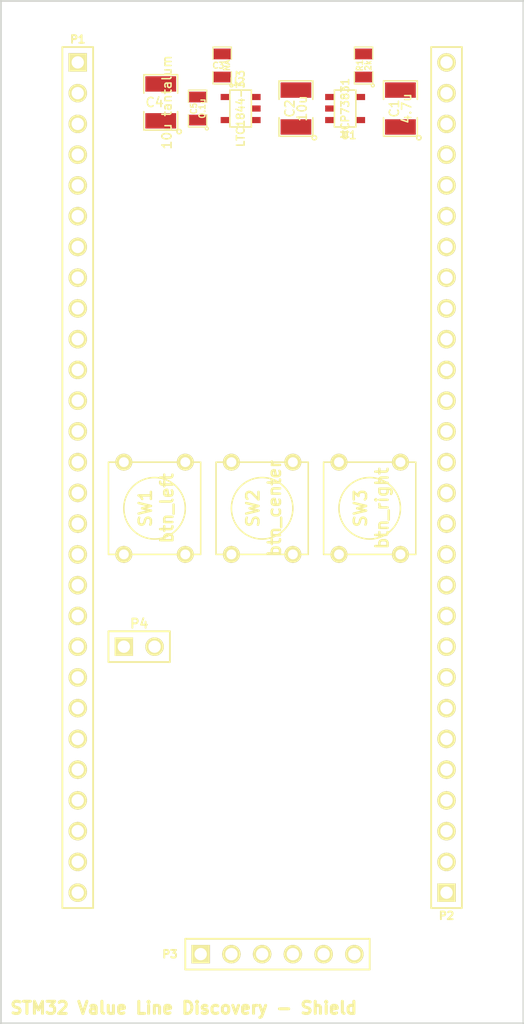
<source format=kicad_pcb>
(kicad_pcb (version 3) (host pcbnew "(25-Oct-2014 BZR 4029)-stable")

  (general
    (links 30)
    (no_connects 30)
    (area 32.945069 34.215069 76.274931 118.819931)
    (thickness 1.6002)
    (drawings 5)
    (tracks 0)
    (zones 0)
    (modules 15)
    (nets 10)
  )

  (page A3)
  (title_block 
    (title "STM32 Value Line Discovery - Shiled board")
    (rev 1.0)
  )

  (layers
    (15 Front signal)
    (0 Back signal)
    (16 B.Adhes user)
    (17 F.Adhes user)
    (18 B.Paste user)
    (19 F.Paste user)
    (20 B.SilkS user)
    (21 F.SilkS user)
    (22 B.Mask user)
    (23 F.Mask user)
    (24 Dwgs.User user)
    (25 Cmts.User user)
    (26 Eco1.User user)
    (27 Eco2.User user)
    (28 Edge.Cuts user)
  )

  (setup
    (last_trace_width 0.3)
    (trace_clearance 0.3)
    (zone_clearance 0.508)
    (zone_45_only no)
    (trace_min 0.254)
    (segment_width 0.20066)
    (edge_width 0.14986)
    (via_size 0.889)
    (via_drill 0.635)
    (via_min_size 0.889)
    (via_min_drill 0.508)
    (uvia_size 0.508)
    (uvia_drill 0.127)
    (uvias_allowed no)
    (uvia_min_size 0.508)
    (uvia_min_drill 0.127)
    (pcb_text_width 0.29972)
    (pcb_text_size 1.00076 1.00076)
    (mod_edge_width 0.14986)
    (mod_text_size 1.00076 1.00076)
    (mod_text_width 0.14986)
    (pad_size 1.00076 1.00076)
    (pad_drill 0.59944)
    (pad_to_mask_clearance 0)
    (aux_axis_origin 0 0)
    (visible_elements 7FFFFFFF)
    (pcbplotparams
      (layerselection 3178497)
      (usegerberextensions true)
      (excludeedgelayer true)
      (linewidth 0.150000)
      (plotframeref false)
      (viasonmask false)
      (mode 1)
      (useauxorigin false)
      (hpglpennumber 1)
      (hpglpenspeed 20)
      (hpglpendiameter 15)
      (hpglpenoverlay 2)
      (psnegative false)
      (psa4output false)
      (plotreference true)
      (plotvalue true)
      (plotothertext true)
      (plotinvisibletext false)
      (padsonsilk false)
      (subtractmaskfromsilk false)
      (outputformat 1)
      (mirror false)
      (drillshape 1)
      (scaleselection 1)
      (outputdirectory ""))
  )

  (net 0 "")
  (net 1 +3.3V)
  (net 2 +5V)
  (net 3 +BATT)
  (net 4 GND)
  (net 5 N-000005)
  (net 6 N-000008)
  (net 7 btn_center)
  (net 8 btn_left)
  (net 9 btn_right)

  (net_class Default "To jest domyślna klasa połączeń."
    (clearance 0.3)
    (trace_width 0.3)
    (via_dia 0.889)
    (via_drill 0.635)
    (uvia_dia 0.508)
    (uvia_drill 0.127)
    (add_net "")
    (add_net +3.3V)
    (add_net +5V)
    (add_net +BATT)
    (add_net GND)
    (add_net N-000005)
    (add_net N-000008)
    (add_net btn_center)
    (add_net btn_left)
    (add_net btn_right)
  )

  (module PIN_ARRAY_6X1   locked (layer Front) (tedit 50827C81) (tstamp 50827C60)
    (at 55.88 113.03)
    (descr "Single rangee contacts 1 x 6 pins")
    (tags CONN)
    (path /50827295)
    (fp_text reference P3 (at -8.89 0) (layer F.SilkS)
      (effects (font (size 0.63246 0.63246) (thickness 0.15748)))
    )
    (fp_text value CONN6 (at -8.89 0) (layer F.SilkS) hide
      (effects (font (size 0.63246 0.63246) (thickness 0.15748)))
    )
    (fp_line (start -7.62 -1.27) (end 7.62 -1.27) (layer F.SilkS) (width 0.14986))
    (fp_line (start 7.62 -1.27) (end 7.62 1.27) (layer F.SilkS) (width 0.14986))
    (fp_line (start 7.62 1.27) (end -7.62 1.27) (layer F.SilkS) (width 0.14986))
    (fp_line (start -7.62 1.27) (end -7.62 -1.27) (layer F.SilkS) (width 0.14986))
    (pad 1 thru_hole rect (at -6.35 0) (size 1.524 1.524) (drill 1.016)
      (layers *.Cu *.Mask F.SilkS)
    )
    (pad 2 thru_hole circle (at -3.81 0) (size 1.524 1.524) (drill 1.016)
      (layers *.Cu *.Mask F.SilkS)
    )
    (pad 4 thru_hole circle (at 1.27 0) (size 1.524 1.524) (drill 1.016)
      (layers *.Cu *.Mask F.SilkS)
    )
    (pad 6 thru_hole circle (at 6.35 0) (size 1.524 1.524) (drill 1.016)
      (layers *.Cu *.Mask F.SilkS)
    )
    (pad 3 thru_hole circle (at -1.27 0) (size 1.524 1.524) (drill 1.016)
      (layers *.Cu *.Mask F.SilkS)
    )
    (pad 5 thru_hole circle (at 3.81 0) (size 1.524 1.524) (drill 1.016)
      (layers *.Cu *.Mask F.SilkS)
    )
  )

  (module PIN_ARRAY_28X1   locked (layer Front) (tedit 50827C6F) (tstamp 50827C84)
    (at 39.37 73.66 270)
    (descr "Single rangee contacts 1 x 28 pins")
    (tags CONN)
    (path /50827277)
    (fp_text reference P1 (at -36.195 0 360) (layer F.SilkS)
      (effects (font (size 0.63246 0.63246) (thickness 0.15748)))
    )
    (fp_text value CONN28 (at -36.195 0 360) (layer F.SilkS) hide
      (effects (font (size 0.63246 0.63246) (thickness 0.15748)))
    )
    (fp_line (start -35.56 -1.27) (end 35.56 -1.27) (layer F.SilkS) (width 0.14986))
    (fp_line (start 35.56 -1.27) (end 35.56 1.27) (layer F.SilkS) (width 0.14986))
    (fp_line (start 35.56 1.27) (end -35.56 1.27) (layer F.SilkS) (width 0.14986))
    (fp_line (start -35.56 1.27) (end -35.56 -1.27) (layer F.SilkS) (width 0.14986))
    (pad 1 thru_hole rect (at -34.29 0 270) (size 1.524 1.524) (drill 1.016)
      (layers *.Cu *.Mask F.SilkS)
      (net 4 GND)
    )
    (pad 2 thru_hole circle (at -31.75 0 270) (size 1.524 1.524) (drill 1.016)
      (layers *.Cu *.Mask F.SilkS)
    )
    (pad 11 thru_hole circle (at -8.89 0 270) (size 1.524 1.524) (drill 1.016)
      (layers *.Cu *.Mask F.SilkS)
    )
    (pad 4 thru_hole circle (at -26.67 0 270) (size 1.524 1.524) (drill 1.016)
      (layers *.Cu *.Mask F.SilkS)
    )
    (pad 13 thru_hole circle (at -3.81 0 270) (size 1.524 1.524) (drill 1.016)
      (layers *.Cu *.Mask F.SilkS)
    )
    (pad 6 thru_hole circle (at -21.59 0 270) (size 1.524 1.524) (drill 1.016)
      (layers *.Cu *.Mask F.SilkS)
    )
    (pad 15 thru_hole circle (at 1.27 0 270) (size 1.524 1.524) (drill 1.016)
      (layers *.Cu *.Mask F.SilkS)
      (net 7 btn_center)
    )
    (pad 8 thru_hole circle (at -16.51 0 270) (size 1.524 1.524) (drill 1.016)
      (layers *.Cu *.Mask F.SilkS)
    )
    (pad 17 thru_hole circle (at 6.35 0 270) (size 1.524 1.524) (drill 1.016)
      (layers *.Cu *.Mask F.SilkS)
    )
    (pad 10 thru_hole circle (at -11.43 0 270) (size 1.524 1.524) (drill 1.016)
      (layers *.Cu *.Mask F.SilkS)
    )
    (pad 19 thru_hole circle (at 11.43 0 270) (size 1.524 1.524) (drill 1.016)
      (layers *.Cu *.Mask F.SilkS)
    )
    (pad 12 thru_hole circle (at -6.35 0 270) (size 1.524 1.524) (drill 1.016)
      (layers *.Cu *.Mask F.SilkS)
    )
    (pad 21 thru_hole circle (at 16.51 0 270) (size 1.524 1.524) (drill 1.016)
      (layers *.Cu *.Mask F.SilkS)
    )
    (pad 14 thru_hole circle (at -1.27 0 270) (size 1.524 1.524) (drill 1.016)
      (layers *.Cu *.Mask F.SilkS)
    )
    (pad 23 thru_hole circle (at 21.59 0 270) (size 1.524 1.524) (drill 1.016)
      (layers *.Cu *.Mask F.SilkS)
    )
    (pad 16 thru_hole circle (at 3.81 0 270) (size 1.524 1.524) (drill 1.016)
      (layers *.Cu *.Mask F.SilkS)
    )
    (pad 25 thru_hole circle (at 26.67 0 270) (size 1.524 1.524) (drill 1.016)
      (layers *.Cu *.Mask F.SilkS)
    )
    (pad 18 thru_hole circle (at 8.89 0 270) (size 1.524 1.524) (drill 1.016)
      (layers *.Cu *.Mask F.SilkS)
    )
    (pad 27 thru_hole circle (at 31.75 0 270) (size 1.524 1.524) (drill 1.016)
      (layers *.Cu *.Mask F.SilkS)
    )
    (pad 20 thru_hole circle (at 13.97 0 270) (size 1.524 1.524) (drill 1.016)
      (layers *.Cu *.Mask F.SilkS)
    )
    (pad 22 thru_hole circle (at 19.05 0 270) (size 1.524 1.524) (drill 1.016)
      (layers *.Cu *.Mask F.SilkS)
    )
    (pad 24 thru_hole circle (at 24.13 0 270) (size 1.524 1.524) (drill 1.016)
      (layers *.Cu *.Mask F.SilkS)
    )
    (pad 26 thru_hole circle (at 29.21 0 270) (size 1.524 1.524) (drill 1.016)
      (layers *.Cu *.Mask F.SilkS)
    )
    (pad 28 thru_hole circle (at 34.29 0 270) (size 1.524 1.524) (drill 1.016)
      (layers *.Cu *.Mask F.SilkS)
      (net 4 GND)
    )
    (pad 3 thru_hole circle (at -29.21 0 270) (size 1.524 1.524) (drill 1.016)
      (layers *.Cu *.Mask F.SilkS)
    )
    (pad 5 thru_hole circle (at -24.13 0 270) (size 1.524 1.524) (drill 1.016)
      (layers *.Cu *.Mask F.SilkS)
    )
    (pad 7 thru_hole circle (at -19.05 0 270) (size 1.524 1.524) (drill 1.016)
      (layers *.Cu *.Mask F.SilkS)
    )
    (pad 9 thru_hole circle (at -13.97 0 270) (size 1.524 1.524) (drill 1.016)
      (layers *.Cu *.Mask F.SilkS)
    )
  )

  (module PIN_ARRAY_28X1   locked (layer Front) (tedit 50827C8E) (tstamp 50827CA8)
    (at 69.85 73.66 90)
    (descr "Single rangee contacts 1 x 28 pins")
    (tags CONN)
    (path /50827286)
    (fp_text reference P2 (at -36.195 0 180) (layer F.SilkS)
      (effects (font (size 0.63246 0.63246) (thickness 0.15748)))
    )
    (fp_text value CONN28 (at -36.195 0 180) (layer F.SilkS) hide
      (effects (font (size 0.63246 0.63246) (thickness 0.15748)))
    )
    (fp_line (start -35.56 -1.27) (end 35.56 -1.27) (layer F.SilkS) (width 0.14986))
    (fp_line (start 35.56 -1.27) (end 35.56 1.27) (layer F.SilkS) (width 0.14986))
    (fp_line (start 35.56 1.27) (end -35.56 1.27) (layer F.SilkS) (width 0.14986))
    (fp_line (start -35.56 1.27) (end -35.56 -1.27) (layer F.SilkS) (width 0.14986))
    (pad 1 thru_hole rect (at -34.29 0 90) (size 1.524 1.524) (drill 1.016)
      (layers *.Cu *.Mask F.SilkS)
      (net 4 GND)
    )
    (pad 2 thru_hole circle (at -31.75 0 90) (size 1.524 1.524) (drill 1.016)
      (layers *.Cu *.Mask F.SilkS)
    )
    (pad 11 thru_hole circle (at -8.89 0 90) (size 1.524 1.524) (drill 1.016)
      (layers *.Cu *.Mask F.SilkS)
    )
    (pad 4 thru_hole circle (at -26.67 0 90) (size 1.524 1.524) (drill 1.016)
      (layers *.Cu *.Mask F.SilkS)
    )
    (pad 13 thru_hole circle (at -3.81 0 90) (size 1.524 1.524) (drill 1.016)
      (layers *.Cu *.Mask F.SilkS)
    )
    (pad 6 thru_hole circle (at -21.59 0 90) (size 1.524 1.524) (drill 1.016)
      (layers *.Cu *.Mask F.SilkS)
    )
    (pad 15 thru_hole circle (at 1.27 0 90) (size 1.524 1.524) (drill 1.016)
      (layers *.Cu *.Mask F.SilkS)
    )
    (pad 8 thru_hole circle (at -16.51 0 90) (size 1.524 1.524) (drill 1.016)
      (layers *.Cu *.Mask F.SilkS)
    )
    (pad 17 thru_hole circle (at 6.35 0 90) (size 1.524 1.524) (drill 1.016)
      (layers *.Cu *.Mask F.SilkS)
    )
    (pad 10 thru_hole circle (at -11.43 0 90) (size 1.524 1.524) (drill 1.016)
      (layers *.Cu *.Mask F.SilkS)
      (net 9 btn_right)
    )
    (pad 19 thru_hole circle (at 11.43 0 90) (size 1.524 1.524) (drill 1.016)
      (layers *.Cu *.Mask F.SilkS)
    )
    (pad 12 thru_hole circle (at -6.35 0 90) (size 1.524 1.524) (drill 1.016)
      (layers *.Cu *.Mask F.SilkS)
    )
    (pad 21 thru_hole circle (at 16.51 0 90) (size 1.524 1.524) (drill 1.016)
      (layers *.Cu *.Mask F.SilkS)
    )
    (pad 14 thru_hole circle (at -1.27 0 90) (size 1.524 1.524) (drill 1.016)
      (layers *.Cu *.Mask F.SilkS)
    )
    (pad 23 thru_hole circle (at 21.59 0 90) (size 1.524 1.524) (drill 1.016)
      (layers *.Cu *.Mask F.SilkS)
    )
    (pad 16 thru_hole circle (at 3.81 0 90) (size 1.524 1.524) (drill 1.016)
      (layers *.Cu *.Mask F.SilkS)
    )
    (pad 25 thru_hole circle (at 26.67 0 90) (size 1.524 1.524) (drill 1.016)
      (layers *.Cu *.Mask F.SilkS)
    )
    (pad 18 thru_hole circle (at 8.89 0 90) (size 1.524 1.524) (drill 1.016)
      (layers *.Cu *.Mask F.SilkS)
    )
    (pad 27 thru_hole circle (at 31.75 0 90) (size 1.524 1.524) (drill 1.016)
      (layers *.Cu *.Mask F.SilkS)
    )
    (pad 20 thru_hole circle (at 13.97 0 90) (size 1.524 1.524) (drill 1.016)
      (layers *.Cu *.Mask F.SilkS)
    )
    (pad 22 thru_hole circle (at 19.05 0 90) (size 1.524 1.524) (drill 1.016)
      (layers *.Cu *.Mask F.SilkS)
    )
    (pad 24 thru_hole circle (at 24.13 0 90) (size 1.524 1.524) (drill 1.016)
      (layers *.Cu *.Mask F.SilkS)
    )
    (pad 26 thru_hole circle (at 29.21 0 90) (size 1.524 1.524) (drill 1.016)
      (layers *.Cu *.Mask F.SilkS)
      (net 2 +5V)
    )
    (pad 28 thru_hole circle (at 34.29 0 90) (size 1.524 1.524) (drill 1.016)
      (layers *.Cu *.Mask F.SilkS)
      (net 4 GND)
    )
    (pad 3 thru_hole circle (at -29.21 0 90) (size 1.524 1.524) (drill 1.016)
      (layers *.Cu *.Mask F.SilkS)
    )
    (pad 5 thru_hole circle (at -24.13 0 90) (size 1.524 1.524) (drill 1.016)
      (layers *.Cu *.Mask F.SilkS)
    )
    (pad 7 thru_hole circle (at -19.05 0 90) (size 1.524 1.524) (drill 1.016)
      (layers *.Cu *.Mask F.SilkS)
    )
    (pad 9 thru_hole circle (at -13.97 0 90) (size 1.524 1.524) (drill 1.016)
      (layers *.Cu *.Mask F.SilkS)
      (net 8 btn_left)
    )
  )

  (module SOT23-5 (layer Front) (tedit 4ECF78EF) (tstamp 565381F4)
    (at 52.832 43.18 90)
    (path /5653883A)
    (attr smd)
    (fp_text reference U2 (at 2.19964 -0.29972 180) (layer F.SilkS)
      (effects (font (size 0.635 0.635) (thickness 0.127)))
    )
    (fp_text value LTC1844-3.3 (at 0 0 90) (layer F.SilkS)
      (effects (font (size 0.635 0.635) (thickness 0.127)))
    )
    (fp_line (start 1.524 -0.889) (end 1.524 0.889) (layer F.SilkS) (width 0.127))
    (fp_line (start 1.524 0.889) (end -1.524 0.889) (layer F.SilkS) (width 0.127))
    (fp_line (start -1.524 0.889) (end -1.524 -0.889) (layer F.SilkS) (width 0.127))
    (fp_line (start -1.524 -0.889) (end 1.524 -0.889) (layer F.SilkS) (width 0.127))
    (pad 1 smd rect (at -0.9525 1.27 90) (size 0.508 0.762)
      (layers Front F.Paste F.Mask)
      (net 3 +BATT)
    )
    (pad 3 smd rect (at 0.9525 1.27 90) (size 0.508 0.762)
      (layers Front F.Paste F.Mask)
    )
    (pad 5 smd rect (at -0.9525 -1.27 90) (size 0.508 0.762)
      (layers Front F.Paste F.Mask)
      (net 1 +3.3V)
    )
    (pad 2 smd rect (at 0 1.27 90) (size 0.508 0.762)
      (layers Front F.Paste F.Mask)
      (net 4 GND)
    )
    (pad 4 smd rect (at 0.9525 -1.27 90) (size 0.508 0.762)
      (layers Front F.Paste F.Mask)
      (net 5 N-000005)
    )
    (model smd/SOT23_5.wrl
      (at (xyz 0 0 0))
      (scale (xyz 0.1 0.1 0.1))
      (rotate (xyz 0 0 0))
    )
  )

  (module SOT23-5 (layer Front) (tedit 5653A0A7) (tstamp 56538201)
    (at 61.468 43.18 270)
    (path /565371AA)
    (attr smd)
    (fp_text reference U1 (at 2.19964 -0.29972 360) (layer F.SilkS)
      (effects (font (size 0.635 0.635) (thickness 0.127)))
    )
    (fp_text value MCP73831 (at 0 0 270) (layer F.SilkS)
      (effects (font (size 0.635 0.635) (thickness 0.127)))
    )
    (fp_line (start 1.524 -0.889) (end 1.524 0.889) (layer F.SilkS) (width 0.127))
    (fp_line (start 1.524 0.889) (end -1.524 0.889) (layer F.SilkS) (width 0.127))
    (fp_line (start -1.524 0.889) (end -1.524 -0.889) (layer F.SilkS) (width 0.127))
    (fp_line (start -1.524 -0.889) (end 1.524 -0.889) (layer F.SilkS) (width 0.127))
    (pad 1 smd rect (at -0.9525 1.27 270) (size 0.508 0.762)
      (layers Front F.Paste F.Mask)
    )
    (pad 3 smd rect (at 0.9525 1.27 270) (size 0.508 0.762)
      (layers Front F.Paste F.Mask)
      (net 3 +BATT)
    )
    (pad 5 smd rect (at -0.9525 -1.27 270) (size 0.508 0.762)
      (layers Front F.Paste F.Mask)
      (net 6 N-000008)
    )
    (pad 2 smd rect (at 0 1.27 270) (size 0.508 0.762)
      (layers Front F.Paste F.Mask)
      (net 4 GND)
    )
    (pad 4 smd rect (at 0.9525 -1.27 270) (size 0.508 0.762)
      (layers Front F.Paste F.Mask)
      (net 2 +5V)
    )
    (model smd/SOT23_5.wrl
      (at (xyz 0 0 0))
      (scale (xyz 0.1 0.1 0.1))
      (rotate (xyz 0 0 0))
    )
  )

  (module SM0805 (layer Front) (tedit 5091495C) (tstamp 5653820E)
    (at 62.992 39.624 90)
    (path /56537325)
    (attr smd)
    (fp_text reference R1 (at 0 -0.3175 90) (layer F.SilkS)
      (effects (font (size 0.50038 0.50038) (thickness 0.10922)))
    )
    (fp_text value 2k (at 0 0.381 90) (layer F.SilkS)
      (effects (font (size 0.50038 0.50038) (thickness 0.10922)))
    )
    (fp_circle (center -1.651 0.762) (end -1.651 0.635) (layer F.SilkS) (width 0.09906))
    (fp_line (start -0.508 0.762) (end -1.524 0.762) (layer F.SilkS) (width 0.09906))
    (fp_line (start -1.524 0.762) (end -1.524 -0.762) (layer F.SilkS) (width 0.09906))
    (fp_line (start -1.524 -0.762) (end -0.508 -0.762) (layer F.SilkS) (width 0.09906))
    (fp_line (start 0.508 -0.762) (end 1.524 -0.762) (layer F.SilkS) (width 0.09906))
    (fp_line (start 1.524 -0.762) (end 1.524 0.762) (layer F.SilkS) (width 0.09906))
    (fp_line (start 1.524 0.762) (end 0.508 0.762) (layer F.SilkS) (width 0.09906))
    (pad 1 smd rect (at -0.9525 0 90) (size 0.889 1.397)
      (layers Front F.Paste F.Mask)
      (net 6 N-000008)
    )
    (pad 2 smd rect (at 0.9525 0 90) (size 0.889 1.397)
      (layers Front F.Paste F.Mask)
      (net 4 GND)
    )
    (model smd/chip_cms.wrl
      (at (xyz 0 0 0))
      (scale (xyz 0.1 0.1 0.1))
      (rotate (xyz 0 0 0))
    )
  )

  (module PIN_ARRAY_2X1   locked (layer Front) (tedit 4565C520) (tstamp 56538218)
    (at 44.45 87.63)
    (descr "Connecteurs 2 pins")
    (tags "CONN DEV")
    (path /56536003)
    (fp_text reference P4 (at 0 -1.905) (layer F.SilkS)
      (effects (font (size 0.762 0.762) (thickness 0.1524)))
    )
    (fp_text value CONN_2 (at 0 -1.905) (layer F.SilkS) hide
      (effects (font (size 0.762 0.762) (thickness 0.1524)))
    )
    (fp_line (start -2.54 1.27) (end -2.54 -1.27) (layer F.SilkS) (width 0.1524))
    (fp_line (start -2.54 -1.27) (end 2.54 -1.27) (layer F.SilkS) (width 0.1524))
    (fp_line (start 2.54 -1.27) (end 2.54 1.27) (layer F.SilkS) (width 0.1524))
    (fp_line (start 2.54 1.27) (end -2.54 1.27) (layer F.SilkS) (width 0.1524))
    (pad 1 thru_hole rect (at -1.27 0) (size 1.524 1.524) (drill 1.016)
      (layers *.Cu *.Mask F.SilkS)
      (net 1 +3.3V)
    )
    (pad 2 thru_hole circle (at 1.27 0) (size 1.524 1.524) (drill 1.016)
      (layers *.Cu *.Mask F.SilkS)
    )
    (model pin_array/pins_array_2x1.wrl
      (at (xyz 0 0 0))
      (scale (xyz 1 1 1))
      (rotate (xyz 0 0 0))
    )
  )

  (module SW_PUSH_SMALL (layer Front) (tedit 46544DB3) (tstamp 56539B6B)
    (at 45.72 76.2 90)
    (path /56539832)
    (fp_text reference SW1 (at 0 -0.762 90) (layer F.SilkS)
      (effects (font (size 1.016 1.016) (thickness 0.2032)))
    )
    (fp_text value btn_left (at 0 1.016 90) (layer F.SilkS)
      (effects (font (size 1.016 1.016) (thickness 0.2032)))
    )
    (fp_circle (center 0 0) (end 0 -2.54) (layer F.SilkS) (width 0.127))
    (fp_line (start -3.81 -3.81) (end 3.81 -3.81) (layer F.SilkS) (width 0.127))
    (fp_line (start 3.81 -3.81) (end 3.81 3.81) (layer F.SilkS) (width 0.127))
    (fp_line (start 3.81 3.81) (end -3.81 3.81) (layer F.SilkS) (width 0.127))
    (fp_line (start -3.81 -3.81) (end -3.81 3.81) (layer F.SilkS) (width 0.127))
    (pad 1 thru_hole circle (at 3.81 -2.54 90) (size 1.397 1.397) (drill 0.8128)
      (layers *.Cu *.Mask F.SilkS)
      (net 1 +3.3V)
    )
    (pad 2 thru_hole circle (at 3.81 2.54 90) (size 1.397 1.397) (drill 0.8128)
      (layers *.Cu *.Mask F.SilkS)
      (net 8 btn_left)
    )
    (pad 1 thru_hole circle (at -3.81 -2.54 90) (size 1.397 1.397) (drill 0.8128)
      (layers *.Cu *.Mask F.SilkS)
      (net 1 +3.3V)
    )
    (pad 2 thru_hole circle (at -3.81 2.54 90) (size 1.397 1.397) (drill 0.8128)
      (layers *.Cu *.Mask F.SilkS)
      (net 8 btn_left)
    )
  )

  (module SW_PUSH_SMALL (layer Front) (tedit 46544DB3) (tstamp 56539B78)
    (at 54.61 76.2 90)
    (path /56539841)
    (fp_text reference SW2 (at 0 -0.762 90) (layer F.SilkS)
      (effects (font (size 1.016 1.016) (thickness 0.2032)))
    )
    (fp_text value btn_center (at 0 1.016 90) (layer F.SilkS)
      (effects (font (size 1.016 1.016) (thickness 0.2032)))
    )
    (fp_circle (center 0 0) (end 0 -2.54) (layer F.SilkS) (width 0.127))
    (fp_line (start -3.81 -3.81) (end 3.81 -3.81) (layer F.SilkS) (width 0.127))
    (fp_line (start 3.81 -3.81) (end 3.81 3.81) (layer F.SilkS) (width 0.127))
    (fp_line (start 3.81 3.81) (end -3.81 3.81) (layer F.SilkS) (width 0.127))
    (fp_line (start -3.81 -3.81) (end -3.81 3.81) (layer F.SilkS) (width 0.127))
    (pad 1 thru_hole circle (at 3.81 -2.54 90) (size 1.397 1.397) (drill 0.8128)
      (layers *.Cu *.Mask F.SilkS)
    )
    (pad 2 thru_hole circle (at 3.81 2.54 90) (size 1.397 1.397) (drill 0.8128)
      (layers *.Cu *.Mask F.SilkS)
      (net 7 btn_center)
    )
    (pad 1 thru_hole circle (at -3.81 -2.54 90) (size 1.397 1.397) (drill 0.8128)
      (layers *.Cu *.Mask F.SilkS)
    )
    (pad 2 thru_hole circle (at -3.81 2.54 90) (size 1.397 1.397) (drill 0.8128)
      (layers *.Cu *.Mask F.SilkS)
      (net 7 btn_center)
    )
  )

  (module SW_PUSH_SMALL (layer Front) (tedit 46544DB3) (tstamp 56539B85)
    (at 63.5 76.2 90)
    (path /56539850)
    (fp_text reference SW3 (at 0 -0.762 90) (layer F.SilkS)
      (effects (font (size 1.016 1.016) (thickness 0.2032)))
    )
    (fp_text value btn_right (at 0 1.016 90) (layer F.SilkS)
      (effects (font (size 1.016 1.016) (thickness 0.2032)))
    )
    (fp_circle (center 0 0) (end 0 -2.54) (layer F.SilkS) (width 0.127))
    (fp_line (start -3.81 -3.81) (end 3.81 -3.81) (layer F.SilkS) (width 0.127))
    (fp_line (start 3.81 -3.81) (end 3.81 3.81) (layer F.SilkS) (width 0.127))
    (fp_line (start 3.81 3.81) (end -3.81 3.81) (layer F.SilkS) (width 0.127))
    (fp_line (start -3.81 -3.81) (end -3.81 3.81) (layer F.SilkS) (width 0.127))
    (pad 1 thru_hole circle (at 3.81 -2.54 90) (size 1.397 1.397) (drill 0.8128)
      (layers *.Cu *.Mask F.SilkS)
      (net 1 +3.3V)
    )
    (pad 2 thru_hole circle (at 3.81 2.54 90) (size 1.397 1.397) (drill 0.8128)
      (layers *.Cu *.Mask F.SilkS)
      (net 9 btn_right)
    )
    (pad 1 thru_hole circle (at -3.81 -2.54 90) (size 1.397 1.397) (drill 0.8128)
      (layers *.Cu *.Mask F.SilkS)
      (net 1 +3.3V)
    )
    (pad 2 thru_hole circle (at -3.81 2.54 90) (size 1.397 1.397) (drill 0.8128)
      (layers *.Cu *.Mask F.SilkS)
      (net 9 btn_right)
    )
  )

  (module SM1210 (layer Front) (tedit 42806E94) (tstamp 56539B92)
    (at 57.404 43.18 90)
    (tags "CMS SM")
    (path /56537878)
    (attr smd)
    (fp_text reference C2 (at 0 -0.508 90) (layer F.SilkS)
      (effects (font (size 0.762 0.762) (thickness 0.127)))
    )
    (fp_text value 10u (at 0 0.508 90) (layer F.SilkS)
      (effects (font (size 0.762 0.762) (thickness 0.127)))
    )
    (fp_circle (center -2.413 1.524) (end -2.286 1.397) (layer F.SilkS) (width 0.127))
    (fp_line (start -0.762 -1.397) (end -2.286 -1.397) (layer F.SilkS) (width 0.127))
    (fp_line (start -2.286 -1.397) (end -2.286 1.397) (layer F.SilkS) (width 0.127))
    (fp_line (start -2.286 1.397) (end -0.762 1.397) (layer F.SilkS) (width 0.127))
    (fp_line (start 0.762 1.397) (end 2.286 1.397) (layer F.SilkS) (width 0.127))
    (fp_line (start 2.286 1.397) (end 2.286 -1.397) (layer F.SilkS) (width 0.127))
    (fp_line (start 2.286 -1.397) (end 0.762 -1.397) (layer F.SilkS) (width 0.127))
    (pad 1 smd rect (at -1.524 0 90) (size 1.27 2.54)
      (layers Front F.Paste F.Mask)
      (net 3 +BATT)
    )
    (pad 2 smd rect (at 1.524 0 90) (size 1.27 2.54)
      (layers Front F.Paste F.Mask)
      (net 4 GND)
    )
    (model smd/chip_cms.wrl
      (at (xyz 0 0 0))
      (scale (xyz 0.17 0.2 0.17))
      (rotate (xyz 0 0 0))
    )
  )

  (module SM1210 (layer Front) (tedit 42806E94) (tstamp 56539B9F)
    (at 66.04 43.18 90)
    (tags "CMS SM")
    (path /565379B2)
    (attr smd)
    (fp_text reference C1 (at 0 -0.508 90) (layer F.SilkS)
      (effects (font (size 0.762 0.762) (thickness 0.127)))
    )
    (fp_text value 4.7u (at 0 0.508 90) (layer F.SilkS)
      (effects (font (size 0.762 0.762) (thickness 0.127)))
    )
    (fp_circle (center -2.413 1.524) (end -2.286 1.397) (layer F.SilkS) (width 0.127))
    (fp_line (start -0.762 -1.397) (end -2.286 -1.397) (layer F.SilkS) (width 0.127))
    (fp_line (start -2.286 -1.397) (end -2.286 1.397) (layer F.SilkS) (width 0.127))
    (fp_line (start -2.286 1.397) (end -0.762 1.397) (layer F.SilkS) (width 0.127))
    (fp_line (start 0.762 1.397) (end 2.286 1.397) (layer F.SilkS) (width 0.127))
    (fp_line (start 2.286 1.397) (end 2.286 -1.397) (layer F.SilkS) (width 0.127))
    (fp_line (start 2.286 -1.397) (end 0.762 -1.397) (layer F.SilkS) (width 0.127))
    (pad 1 smd rect (at -1.524 0 90) (size 1.27 2.54)
      (layers Front F.Paste F.Mask)
      (net 2 +5V)
    )
    (pad 2 smd rect (at 1.524 0 90) (size 1.27 2.54)
      (layers Front F.Paste F.Mask)
      (net 4 GND)
    )
    (model smd/chip_cms.wrl
      (at (xyz 0 0 0))
      (scale (xyz 0.17 0.2 0.17))
      (rotate (xyz 0 0 0))
    )
  )

  (module SM1210 (layer Front) (tedit 5653A41F) (tstamp 56539BAC)
    (at 46.228 42.672 90)
    (tags "CMS SM")
    (path /56538E79)
    (attr smd)
    (fp_text reference C4 (at 0 -0.508 180) (layer F.SilkS)
      (effects (font (size 0.762 0.762) (thickness 0.127)))
    )
    (fp_text value "10u tantalum" (at 0 0.508 90) (layer F.SilkS)
      (effects (font (size 0.762 0.762) (thickness 0.127)))
    )
    (fp_circle (center -2.413 1.524) (end -2.286 1.397) (layer F.SilkS) (width 0.127))
    (fp_line (start -0.762 -1.397) (end -2.286 -1.397) (layer F.SilkS) (width 0.127))
    (fp_line (start -2.286 -1.397) (end -2.286 1.397) (layer F.SilkS) (width 0.127))
    (fp_line (start -2.286 1.397) (end -0.762 1.397) (layer F.SilkS) (width 0.127))
    (fp_line (start 0.762 1.397) (end 2.286 1.397) (layer F.SilkS) (width 0.127))
    (fp_line (start 2.286 1.397) (end 2.286 -1.397) (layer F.SilkS) (width 0.127))
    (fp_line (start 2.286 -1.397) (end 0.762 -1.397) (layer F.SilkS) (width 0.127))
    (pad 1 smd rect (at -1.524 0 90) (size 1.27 2.54)
      (layers Front F.Paste F.Mask)
      (net 1 +3.3V)
    )
    (pad 2 smd rect (at 1.524 0 90) (size 1.27 2.54)
      (layers Front F.Paste F.Mask)
      (net 4 GND)
    )
    (model smd/chip_cms.wrl
      (at (xyz 0 0 0))
      (scale (xyz 0.17 0.2 0.17))
      (rotate (xyz 0 0 0))
    )
  )

  (module SM0805 (layer Front) (tedit 5653A3E4) (tstamp 56539BB9)
    (at 51.308 39.624 90)
    (path /56538E88)
    (attr smd)
    (fp_text reference C3 (at 0 -0.3175 180) (layer F.SilkS)
      (effects (font (size 0.50038 0.50038) (thickness 0.10922)))
    )
    (fp_text value NA (at 0 0.381 90) (layer F.SilkS)
      (effects (font (size 0.50038 0.50038) (thickness 0.10922)))
    )
    (fp_circle (center -1.651 0.762) (end -1.651 0.635) (layer F.SilkS) (width 0.09906))
    (fp_line (start -0.508 0.762) (end -1.524 0.762) (layer F.SilkS) (width 0.09906))
    (fp_line (start -1.524 0.762) (end -1.524 -0.762) (layer F.SilkS) (width 0.09906))
    (fp_line (start -1.524 -0.762) (end -0.508 -0.762) (layer F.SilkS) (width 0.09906))
    (fp_line (start 0.508 -0.762) (end 1.524 -0.762) (layer F.SilkS) (width 0.09906))
    (fp_line (start 1.524 -0.762) (end 1.524 0.762) (layer F.SilkS) (width 0.09906))
    (fp_line (start 1.524 0.762) (end 0.508 0.762) (layer F.SilkS) (width 0.09906))
    (pad 1 smd rect (at -0.9525 0 90) (size 0.889 1.397)
      (layers Front F.Paste F.Mask)
      (net 5 N-000005)
    )
    (pad 2 smd rect (at 0.9525 0 90) (size 0.889 1.397)
      (layers Front F.Paste F.Mask)
      (net 4 GND)
    )
    (model smd/chip_cms.wrl
      (at (xyz 0 0 0))
      (scale (xyz 0.1 0.1 0.1))
      (rotate (xyz 0 0 0))
    )
  )

  (module SM0805 (layer Front) (tedit 5091495C) (tstamp 56539BC6)
    (at 49.276 43.18 90)
    (path /56539232)
    (attr smd)
    (fp_text reference C5 (at 0 -0.3175 90) (layer F.SilkS)
      (effects (font (size 0.50038 0.50038) (thickness 0.10922)))
    )
    (fp_text value 0.1u (at 0 0.381 90) (layer F.SilkS)
      (effects (font (size 0.50038 0.50038) (thickness 0.10922)))
    )
    (fp_circle (center -1.651 0.762) (end -1.651 0.635) (layer F.SilkS) (width 0.09906))
    (fp_line (start -0.508 0.762) (end -1.524 0.762) (layer F.SilkS) (width 0.09906))
    (fp_line (start -1.524 0.762) (end -1.524 -0.762) (layer F.SilkS) (width 0.09906))
    (fp_line (start -1.524 -0.762) (end -0.508 -0.762) (layer F.SilkS) (width 0.09906))
    (fp_line (start 0.508 -0.762) (end 1.524 -0.762) (layer F.SilkS) (width 0.09906))
    (fp_line (start 1.524 -0.762) (end 1.524 0.762) (layer F.SilkS) (width 0.09906))
    (fp_line (start 1.524 0.762) (end 0.508 0.762) (layer F.SilkS) (width 0.09906))
    (pad 1 smd rect (at -0.9525 0 90) (size 0.889 1.397)
      (layers Front F.Paste F.Mask)
      (net 1 +3.3V)
    )
    (pad 2 smd rect (at 0.9525 0 90) (size 0.889 1.397)
      (layers Front F.Paste F.Mask)
      (net 4 GND)
    )
    (model smd/chip_cms.wrl
      (at (xyz 0 0 0))
      (scale (xyz 0.1 0.1 0.1))
      (rotate (xyz 0 0 0))
    )
  )

  (gr_text "STM32 Value Line Discovery - Shield" (at 48.133 117.475) (layer F.SilkS)
    (effects (font (size 1.00076 1.00076) (thickness 0.25146)))
  )
  (gr_line (start 33.02 34.29) (end 33.02 118.745) (angle 90) (layer Edge.Cuts) (width 0.14986))
  (gr_line (start 76.2 118.745) (end 76.2 34.29) (angle 90) (layer Edge.Cuts) (width 0.14986))
  (gr_line (start 76.2 118.745) (end 33.02 118.745) (angle 90) (layer Edge.Cuts) (width 0.14986))
  (gr_line (start 33.02 34.29) (end 76.2 34.29) (angle 90) (layer Edge.Cuts) (width 0.14986))

  (zone (net 4) (net_name GND) (layer Back) (tstamp 50827DC8) (hatch edge 0.508)
    (connect_pads (clearance 0.508))
    (min_thickness 0.254)
    (fill (arc_segments 16) (thermal_gap 0.508) (thermal_bridge_width 0.889))
    (polygon
      (pts
        (xy 76.073 118.618) (xy 33.147 118.618) (xy 33.147 34.417) (xy 76.073 34.417)
      )
    )
  )
)

</source>
